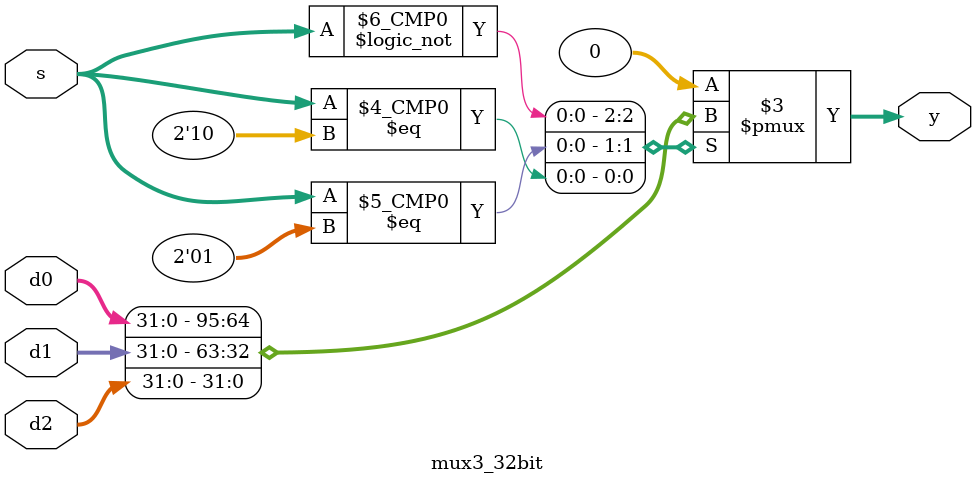
<source format=v>
module mux3_32bit ( d0, d1, d2, s, y);
	input [31:0] d0, d1, d2; // Input data
   input [1:0] s; // Selection input (2-bit for 3 inputs)
   output reg [31:0] y; // Output data

   always @(*) begin
		  case (s)
            2'b00: y = d0; // if s = 00, y = d0
            2'b01: y = d1; // if s = 01, y = d1
            2'b10: y = d2; // if s = 10, y = d2
            default: y = 32'b0; // Default case for any other input
        endcase
    end

endmodule

</source>
